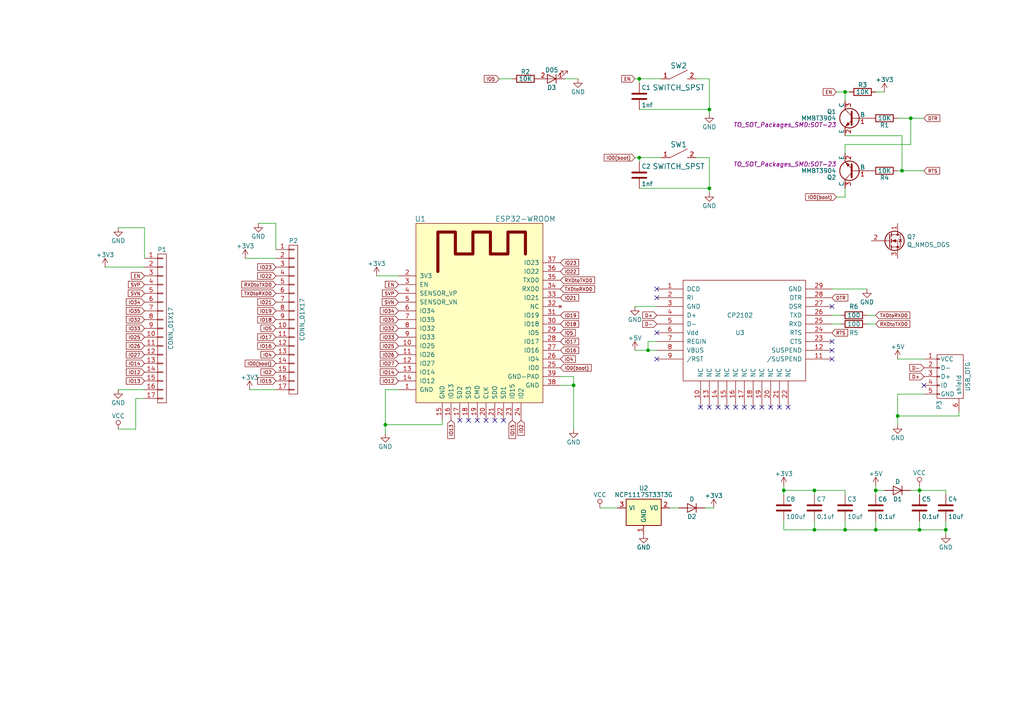
<source format=kicad_sch>
(kicad_sch (version 20230121) (generator eeschema)
  (paper "A4")
  (title_block (title "ESP32BB") (date "2017-03-28") (rev "2.1") (comment 1 "by asukiaaa") (comment 2 "github.com/asukiaaa/esp32bb"))
  (lib_symbols
    (symbol "Device:Q_NMOS_DGS" (pin_names (offset 0) hide)
      (property "Reference" "Q" (at 5.08 1.27 0))
      (property "Value" "Q_NMOS_DGS" (at 5.08 -1.27 0))
      (symbol "Q_NMOS_DGS_0_1"
        (polyline (pts (xy 0.254 0) (xy -2.54 0)))
        (polyline (pts (xy 0.254 1.905) (xy 0.254 -1.905)) (stroke (width 0.254)))
        (polyline (pts (xy 0.762 -1.27) (xy 0.762 -2.286)) (stroke (width 0.254)))
        (polyline (pts (xy 0.762 0.508) (xy 0.762 -0.508)) (stroke (width 0.254)))
        (polyline (pts (xy 0.762 2.286) (xy 0.762 1.27)) (stroke (width 0.254)))
        (polyline (pts (xy 2.54 2.54) (xy 2.54 1.778)))
        (polyline (pts (xy 2.54 -2.54) (xy 2.54 0) (xy 0.762 0)))
        (polyline (pts (xy 0.762 -1.778) (xy 3.302 -1.778) (xy 3.302 1.778) (xy 0.762 1.778)))
        (polyline (pts (xy 1.016 0) (xy 2.032 0.381) (xy 2.032 -0.381) (xy 1.016 0)) (fill (type outline)))
        (polyline (pts (xy 2.794 0.508) (xy 2.921 0.381) (xy 3.683 0.381) (xy 3.81 0.254)))
        (polyline (pts (xy 3.302 0.381) (xy 2.921 -0.254) (xy 3.683 -0.254) (xy 3.302 0.381)))
        (circle (center 1.651 0) (radius 2.794) (stroke (width 0.254)))
        (circle (center 2.54 -1.778) (radius 0.254) (fill (type outline)))
        (circle (center 2.54 1.778) (radius 0.254) (fill (type outline)))
      )
      (symbol "Q_NMOS_DGS_1_1"
        (pin passive line (at 2.54 5.08 270) (length 2.54) (name "D") (number "1"))
        (pin input line (at -5.08 0 0) (length 2.54) (name "G") (number "2"))
        (pin passive line (at 2.54 -5.08 90) (length 2.54) (name "S") (number "3"))
      )
    )
    (symbol "esp32bb-rescue:+3.3V-esp32bb-rescue" (power) (pin_names (offset 0))
      (property "Value" "+3.3V-esp32bb-rescue" (at 0 3.556 0))
      (symbol "+3.3V-esp32bb-rescue_0_1"
        (polyline (pts (xy -0.762 1.27) (xy 0 2.54)))
        (polyline (pts (xy 0 0) (xy 0 2.54)))
        (polyline (pts (xy 0 2.54) (xy 0.762 1.27)))
      )
      (symbol "+3.3V-esp32bb-rescue_1_1"
        (pin power_in line (at 0 0 90) (length 0) hide (name "+3V3") (number "1"))
      )
    )
    (symbol "esp32bb-rescue:+5V-esp32bb-rescue" (power) (pin_names (offset 0))
      (property "Value" "+5V-esp32bb-rescue" (at 0 3.556 0))
      (symbol "+5V-esp32bb-rescue_0_1"
        (polyline (pts (xy -0.762 1.27) (xy 0 2.54)))
        (polyline (pts (xy 0 0) (xy 0 2.54)))
        (polyline (pts (xy 0 2.54) (xy 0.762 1.27)))
      )
      (symbol "+5V-esp32bb-rescue_1_1"
        (pin power_in line (at 0 0 90) (length 0) hide (name "+5V") (number "1"))
      )
    )
    (symbol "esp32bb-rescue:C-esp32bb-rescue" (pin_numbers hide) (pin_names (offset 0.254))
      (property "Reference" "C" (at 0.635 2.54 0))
      (property "Value" "esp32bb-rescue_C" (at 0.635 -2.54 0))
      (symbol "C-esp32bb-rescue_0_1"
        (polyline (pts (xy -2.032 -0.762) (xy 2.032 -0.762)) (stroke (width 0.508)))
        (polyline (pts (xy -2.032 0.762) (xy 2.032 0.762)) (stroke (width 0.508)))
      )
      (symbol "C-esp32bb-rescue_1_1"
        (pin passive line (at 0 3.81 270) (length 2.794) (name "~") (number "1"))
        (pin passive line (at 0 -3.81 90) (length 2.794) (name "~") (number "2"))
      )
    )
    (symbol "esp32bb-rescue:CONN_01X17-esp32bb-rescue" (pin_names (offset 1.016) hide)
      (property "Reference" "J" (at 0 22.86 0))
      (property "Value" "esp32bb-rescue_CONN_01X17" (at 2.54 0 90))
      (symbol "CONN_01X17-esp32bb-rescue_0_1"
        (rectangle (start -1.27 -20.193) (end 0.254 -20.447))
        (rectangle (start -1.27 -17.653) (end 0.254 -17.907))
        (rectangle (start -1.27 -15.113) (end 0.254 -15.367))
        (rectangle (start -1.27 -12.573) (end 0.254 -12.827))
        (rectangle (start -1.27 -10.033) (end 0.254 -10.287))
        (rectangle (start -1.27 -7.493) (end 0.254 -7.747))
        (rectangle (start -1.27 -4.953) (end 0.254 -5.207))
        (rectangle (start -1.27 -2.413) (end 0.254 -2.667))
        (rectangle (start -1.27 0.127) (end 0.254 -0.127))
        (rectangle (start -1.27 2.667) (end 0.254 2.413))
        (rectangle (start -1.27 5.207) (end 0.254 4.953))
        (rectangle (start -1.27 7.747) (end 0.254 7.493))
        (rectangle (start -1.27 10.287) (end 0.254 10.033))
        (rectangle (start -1.27 12.827) (end 0.254 12.573))
        (rectangle (start -1.27 15.367) (end 0.254 15.113))
        (rectangle (start -1.27 17.907) (end 0.254 17.653))
        (rectangle (start -1.27 20.447) (end 0.254 20.193))
        (rectangle (start -1.27 21.59) (end 1.27 -21.59))
      )
      (symbol "CONN_01X17-esp32bb-rescue_1_1"
        (pin passive line (at -5.08 20.32 0) (length 3.81) (name "P1") (number "1"))
        (pin passive line (at -5.08 -2.54 0) (length 3.81) (name "P10") (number "10"))
        (pin passive line (at -5.08 -5.08 0) (length 3.81) (name "P11") (number "11"))
        (pin passive line (at -5.08 -7.62 0) (length 3.81) (name "P12") (number "12"))
        (pin passive line (at -5.08 -10.16 0) (length 3.81) (name "P13") (number "13"))
        (pin passive line (at -5.08 -12.7 0) (length 3.81) (name "P14") (number "14"))
        (pin passive line (at -5.08 -15.24 0) (length 3.81) (name "P15") (number "15"))
        (pin passive line (at -5.08 -17.78 0) (length 3.81) (name "P16") (number "16"))
        (pin passive line (at -5.08 -20.32 0) (length 3.81) (name "P17") (number "17"))
        (pin passive line (at -5.08 17.78 0) (length 3.81) (name "P2") (number "2"))
        (pin passive line (at -5.08 15.24 0) (length 3.81) (name "P3") (number "3"))
        (pin passive line (at -5.08 12.7 0) (length 3.81) (name "P4") (number "4"))
        (pin passive line (at -5.08 10.16 0) (length 3.81) (name "P5") (number "5"))
        (pin passive line (at -5.08 7.62 0) (length 3.81) (name "P6") (number "6"))
        (pin passive line (at -5.08 5.08 0) (length 3.81) (name "P7") (number "7"))
        (pin passive line (at -5.08 2.54 0) (length 3.81) (name "P8") (number "8"))
        (pin passive line (at -5.08 0 0) (length 3.81) (name "P9") (number "9"))
      )
    )
    (symbol "esp32bb-rescue:CP2102-esp32bb-rescue" (pin_names (offset 1.016))
      (property "Reference" "U" (at 0 -2.54 0))
      (property "Value" "esp32bb-rescue_CP2102" (at 0 2.54 0))
      (symbol "CP2102-esp32bb-rescue_0_1"
        (rectangle (start -16.51 12.7) (end 19.05 -16.51))
      )
      (symbol "CP2102-esp32bb-rescue_1_1"
        (pin input line (at -24.13 10.16 0) (length 7.62) (name "DCD") (number "1"))
        (pin input line (at -11.43 -24.13 90) (length 7.62) (name "NC") (number "10"))
        (pin input line (at 26.67 -10.16 180) (length 7.62) (name "/SUSPEND") (number "11"))
        (pin input line (at 26.67 -7.62 180) (length 7.62) (name "SUSPEND") (number "12"))
        (pin input line (at -8.89 -24.13 90) (length 7.62) (name "NC") (number "13"))
        (pin input line (at -6.35 -24.13 90) (length 7.62) (name "NC") (number "14"))
        (pin input line (at -3.81 -24.13 90) (length 7.62) (name "NC") (number "15"))
        (pin input line (at -1.27 -24.13 90) (length 7.62) (name "NC") (number "16"))
        (pin input line (at 1.27 -24.13 90) (length 7.62) (name "NC") (number "17"))
        (pin input line (at 3.81 -24.13 90) (length 7.62) (name "NC") (number "18"))
        (pin input line (at 6.35 -24.13 90) (length 7.62) (name "NC") (number "19"))
        (pin input line (at -24.13 7.62 0) (length 7.62) (name "RI") (number "2"))
        (pin input line (at 8.89 -24.13 90) (length 7.62) (name "NC") (number "20"))
        (pin input line (at 11.43 -24.13 90) (length 7.62) (name "NC") (number "21"))
        (pin input line (at 13.97 -24.13 90) (length 7.62) (name "NC") (number "22"))
        (pin input line (at 26.67 -5.08 180) (length 7.62) (name "CTS") (number "23"))
        (pin input line (at 26.67 -2.54 180) (length 7.62) (name "RTS") (number "24"))
        (pin input line (at 26.67 0 180) (length 7.62) (name "RXD") (number "25"))
        (pin input line (at 26.67 2.54 180) (length 7.62) (name "TXD") (number "26"))
        (pin input line (at 26.67 5.08 180) (length 7.62) (name "DSR") (number "27"))
        (pin input line (at 26.67 7.62 180) (length 7.62) (name "DTR") (number "28"))
        (pin input line (at 26.67 10.16 180) (length 7.62) (name "GND") (number "29"))
        (pin input line (at -24.13 5.08 0) (length 7.62) (name "GND") (number "3"))
        (pin input line (at -24.13 2.54 0) (length 7.62) (name "D+") (number "4"))
        (pin input line (at -24.13 0 0) (length 7.62) (name "D-") (number "5"))
        (pin input line (at -24.13 -2.54 0) (length 7.62) (name "Vdd") (number "6"))
        (pin input line (at -24.13 -5.08 0) (length 7.62) (name "REGIN") (number "7"))
        (pin input line (at -24.13 -7.62 0) (length 7.62) (name "VBUS") (number "8"))
        (pin input line (at -24.13 -10.16 0) (length 7.62) (name "/RST") (number "9"))
      )
    )
    (symbol "esp32bb-rescue:D-esp32bb-rescue" (pin_numbers hide) (pin_names (offset 1.016) hide)
      (property "Reference" "D" (at 0 2.54 0))
      (property "Value" "esp32bb-rescue_D" (at 0 -2.54 0))
      (symbol "D-esp32bb-rescue_0_1"
        (polyline (pts (xy -1.27 1.27) (xy -1.27 -1.27)) (stroke (width 0.2032)))
        (polyline (pts (xy 1.27 0) (xy -1.27 0)))
        (polyline (pts (xy 1.27 1.27) (xy 1.27 -1.27) (xy -1.27 0) (xy 1.27 1.27)) (stroke (width 0.2032)))
      )
      (symbol "D-esp32bb-rescue_1_1"
        (pin passive line (at -3.81 0 0) (length 2.54) (name "K") (number "1"))
        (pin passive line (at 3.81 0 180) (length 2.54) (name "A") (number "2"))
      )
    )
    (symbol "esp32bb-rescue:ESP32-WROOM-esp32bb-rescue" (pin_names (offset 1.016))
      (property "Reference" "U" (at -17.78 31.75 0))
      (property "Value" "esp32bb-rescue_ESP32-WROOM" (at 12.7 31.75 0))
      (symbol "ESP32-WROOM-esp32bb-rescue_0_1"
        (rectangle (start -19.05 30.48) (end 17.78 -21.59) (fill (type background)))
        (polyline (pts (xy -12.7 16.51) (xy -12.7 27.94) (xy -7.62 27.94) (xy -7.62 21.59) (xy -2.54 21.59) (xy -2.54 27.94) (xy 2.54 27.94) (xy 2.54 21.59) (xy 7.62 21.59) (xy 7.62 27.94) (xy 12.7 27.94) (xy 12.7 21.59)) (stroke (width 0.889)))
      )
      (symbol "ESP32-WROOM-esp32bb-rescue_1_1"
        (pin power_out line (at -24.13 -17.78 0) (length 5.08) (name "GND") (number "1"))
        (pin bidirectional line (at -24.13 -5.08 0) (length 5.08) (name "IO25") (number "10"))
        (pin bidirectional line (at -24.13 -7.62 0) (length 5.08) (name "IO26") (number "11"))
        (pin bidirectional line (at -24.13 -10.16 0) (length 5.08) (name "IO27") (number "12"))
        (pin bidirectional line (at -24.13 -12.7 0) (length 5.08) (name "IO14") (number "13"))
        (pin bidirectional line (at -24.13 -15.24 0) (length 5.08) (name "IO12") (number "14"))
        (pin power_in line (at -11.43 -26.67 90) (length 5.08) (name "GND") (number "15"))
        (pin bidirectional line (at -8.89 -26.67 90) (length 5.08) (name "IO13") (number "16"))
        (pin bidirectional line (at -6.35 -26.67 90) (length 5.08) (name "SD2") (number "17"))
        (pin bidirectional line (at -3.81 -26.67 90) (length 5.08) (name "SD3") (number "18"))
        (pin bidirectional line (at -1.27 -26.67 90) (length 5.08) (name "CMD") (number "19"))
        (pin power_in line (at -24.13 15.24 0) (length 5.08) (name "3V3") (number "2"))
        (pin input line (at 1.27 -26.67 90) (length 5.08) (name "CLK") (number "20"))
        (pin bidirectional line (at 3.81 -26.67 90) (length 5.08) (name "SDO") (number "21"))
        (pin bidirectional line (at 6.35 -26.67 90) (length 5.08) (name "SD1") (number "22"))
        (pin bidirectional line (at 8.89 -26.67 90) (length 5.08) (name "IO15") (number "23"))
        (pin bidirectional line (at 11.43 -26.67 90) (length 5.08) (name "IO2") (number "24"))
        (pin bidirectional line (at 22.86 -11.43 180) (length 5.08) (name "IO0") (number "25"))
        (pin input line (at 22.86 -8.89 180) (length 5.08) (name "IO4") (number "26"))
        (pin bidirectional line (at 22.86 -6.35 180) (length 5.08) (name "IO16") (number "27"))
        (pin bidirectional line (at 22.86 -3.81 180) (length 5.08) (name "IO17") (number "28"))
        (pin bidirectional line (at 22.86 -1.27 180) (length 5.08) (name "IO5") (number "29"))
        (pin input line (at -24.13 12.7 0) (length 5.08) (name "EN") (number "3"))
        (pin input line (at 22.86 1.27 180) (length 5.08) (name "IO18") (number "30"))
        (pin bidirectional line (at 22.86 3.81 180) (length 5.08) (name "IO19") (number "31"))
        (pin no_connect line (at 22.86 6.35 180) (length 5.08) (name "NC") (number "32"))
        (pin bidirectional line (at 22.86 8.89 180) (length 5.08) (name "IO21") (number "33"))
        (pin bidirectional line (at 22.86 11.43 180) (length 5.08) (name "RXD0") (number "34"))
        (pin bidirectional line (at 22.86 13.97 180) (length 5.08) (name "TXD0") (number "35"))
        (pin bidirectional line (at 22.86 16.51 180) (length 5.08) (name "IO22") (number "36"))
        (pin bidirectional line (at 22.86 19.05 180) (length 5.08) (name "IO23") (number "37"))
        (pin power_in line (at 22.86 -16.51 180) (length 5.08) (name "GND") (number "38"))
        (pin power_in line (at 22.86 -13.97 180) (length 5.08) (name "GND-PAD") (number "39"))
        (pin input line (at -24.13 10.16 0) (length 5.08) (name "SENSOR_VP") (number "4"))
        (pin input line (at -24.13 7.62 0) (length 5.08) (name "SENSOR_VN") (number "5"))
        (pin bidirectional line (at -24.13 5.08 0) (length 5.08) (name "IO34") (number "6"))
        (pin bidirectional line (at -24.13 2.54 0) (length 5.08) (name "IO35") (number "7"))
        (pin bidirectional line (at -24.13 0 0) (length 5.08) (name "IO32") (number "8"))
        (pin bidirectional line (at -24.13 -2.54 0) (length 5.08) (name "IO33") (number "9"))
      )
    )
    (symbol "esp32bb-rescue:GND-esp32bb-rescue" (power) (pin_names (offset 0))
      (property "Value" "GND-esp32bb-rescue" (at 0 -3.81 0))
      (symbol "GND-esp32bb-rescue_0_1"
        (polyline (pts (xy 0 0) (xy 0 -1.27) (xy 1.27 -1.27) (xy 0 -2.54) (xy -1.27 -1.27) (xy 0 -1.27)))
      )
      (symbol "GND-esp32bb-rescue_1_1"
        (pin power_in line (at 0 0 270) (length 0) hide (name "GND") (number "1"))
      )
    )
    (symbol "esp32bb-rescue:LED-esp32bb-rescue" (pin_names (offset 1.016) hide)
      (property "Reference" "D" (at 0 2.54 0))
      (property "Value" "esp32bb-rescue_LED" (at 0 -2.54 0))
      (symbol "LED-esp32bb-rescue_0_1"
        (polyline (pts (xy -1.27 -1.27) (xy -1.27 1.27)) (stroke (width 0.2032)))
        (polyline (pts (xy -1.27 0) (xy 1.27 0)))
        (polyline (pts (xy 1.27 -1.27) (xy 1.27 1.27) (xy -1.27 0) (xy 1.27 -1.27)) (stroke (width 0.2032)))
        (polyline (pts (xy -3.048 -0.762) (xy -4.572 -2.286) (xy -3.81 -2.286) (xy -4.572 -2.286) (xy -4.572 -1.524)))
        (polyline (pts (xy -1.778 -0.762) (xy -3.302 -2.286) (xy -2.54 -2.286) (xy -3.302 -2.286) (xy -3.302 -1.524)))
      )
      (symbol "LED-esp32bb-rescue_1_1"
        (pin passive line (at -3.81 0 0) (length 2.54) (name "K") (number "1"))
        (pin passive line (at 3.81 0 180) (length 2.54) (name "A") (number "2"))
      )
    )
    (symbol "esp32bb-rescue:MMBT3904-esp32bb-rescue" (pin_names (offset 0))
      (property "Reference" "Q" (at 5.08 1.905 0))
      (property "Value" "esp32bb-rescue_MMBT3904" (at 5.08 0 0))
      (symbol "MMBT3904-esp32bb-rescue_0_1"
        (polyline (pts (xy 0 0) (xy 0.635 0)))
        (polyline (pts (xy 0.635 0.635) (xy 2.54 2.54)))
        (polyline (pts (xy 0.635 -0.635) (xy 2.54 -2.54) (xy 2.54 -2.54)))
        (polyline (pts (xy 0.635 1.905) (xy 0.635 -1.905) (xy 0.635 -1.905)) (stroke (width 0.508)))
        (polyline (pts (xy 1.27 -1.778) (xy 1.778 -1.27) (xy 2.286 -2.286) (xy 1.27 -1.778) (xy 1.27 -1.778)) (fill (type outline)))
        (circle (center 1.27 0) (radius 2.8194) (stroke (width 0.254)))
      )
      (symbol "MMBT3904-esp32bb-rescue_1_1"
        (pin input line (at -5.08 0 0) (length 5.08) (name "B") (number "1"))
        (pin passive line (at 2.54 -5.08 90) (length 2.54) (name "E") (number "2"))
        (pin passive line (at 2.54 5.08 270) (length 2.54) (name "C") (number "3"))
      )
    )
    (symbol "esp32bb-rescue:NCP1117ST33T3G-esp32bb-rescue" (pin_names (offset 0.762))
      (property "Reference" "U" (at 0 5.715 0))
      (property "Value" "esp32bb-rescue_NCP1117ST33T3G" (at 0 3.81 0))
      (symbol "NCP1117ST33T3G-esp32bb-rescue_0_1"
        (rectangle (start -5.08 2.54) (end 5.08 -5.08) (stroke (width 0.254)) (fill (type background)))
      )
      (symbol "NCP1117ST33T3G-esp32bb-rescue_1_1"
        (pin power_in line (at 0 -7.62 90) (length 2.54) (name "GND") (number "1"))
        (pin power_out line (at 7.62 0 180) (length 2.54) (name "VO") (number "2"))
        (pin power_in line (at -7.62 0 0) (length 2.54) (name "VI") (number "3"))
      )
    )
    (symbol "esp32bb-rescue:R-esp32bb-rescue" (pin_numbers hide) (pin_names (offset 0))
      (property "Reference" "R" (at 2.032 0 90))
      (property "Value" "esp32bb-rescue_R" (at 0 0 90))
      (symbol "R-esp32bb-rescue_0_1"
        (rectangle (start -1.016 -2.54) (end 1.016 2.54) (stroke (width 0.254)))
      )
      (symbol "R-esp32bb-rescue_1_1"
        (pin passive line (at 0 3.81 270) (length 1.27) (name "~") (number "1"))
        (pin passive line (at 0 -3.81 90) (length 1.27) (name "~") (number "2"))
      )
    )
    (symbol "esp32bb-rescue:SWITCH_SPST-esp32bb-rescue" (pin_names (offset 1.016))
      (property "Reference" "SW" (at 0 3.81 0))
      (property "Value" "esp32bb-rescue_SWITCH_SPST" (at 0 -2.54 0))
      (symbol "SWITCH_SPST-esp32bb-rescue_0_1"
        (polyline (pts (xy -2.54 0) (xy 2.54 2.54)))
      )
      (symbol "SWITCH_SPST-esp32bb-rescue_1_1"
        (pin input line (at -5.08 0 0) (length 2.54) (name "~") (number "1"))
        (pin input line (at 5.08 0 180) (length 2.54) (name "~") (number "2"))
      )
    )
    (symbol "esp32bb-rescue:USB_OTG-RESCUE-esp32bb-esp32bb-rescue" (pin_names (offset 1.016))
      (property "Reference" "P" (at 8.255 -3.175 0))
      (property "Value" "esp32bb-rescue_USB_OTG-RESCUE-esp32bb" (at 0 5.08 0))
      (symbol "USB_OTG-RESCUE-esp32bb-esp32bb-rescue_0_1"
        (rectangle (start -6.35 -3.81) (end 6.35 3.81))
        (rectangle (start -5.207 -3.81) (end -4.953 -3.048))
        (rectangle (start -2.667 -3.81) (end -2.413 -3.048))
        (rectangle (start -0.127 -3.81) (end 0.127 -3.048))
        (rectangle (start 2.413 -3.81) (end 2.667 -3.048))
        (rectangle (start 4.953 -3.81) (end 5.207 -3.048))
      )
      (symbol "USB_OTG-RESCUE-esp32bb-esp32bb-rescue_1_1"
        (pin power_out line (at -5.08 -7.62 90) (length 3.81) (name "VCC") (number "1"))
        (pin passive line (at -2.54 -7.62 90) (length 3.81) (name "D-") (number "2"))
        (pin passive line (at 0 -7.62 90) (length 3.81) (name "D+") (number "3"))
        (pin power_in line (at 2.54 -7.62 90) (length 3.81) (name "ID") (number "4"))
        (pin power_in line (at 5.08 -7.62 90) (length 3.81) (name "GND") (number "5"))
        (pin passive line (at 10.16 2.54 180) (length 3.81) (name "shield") (number "6"))
      )
    )
    (symbol "esp32bb-rescue:VCC-esp32bb-rescue" (power) (pin_names (offset 0))
      (property "Value" "VCC-esp32bb-rescue" (at 0 3.81 0))
      (symbol "VCC-esp32bb-rescue_0_1"
        (polyline (pts (xy 0 0) (xy 0 1.27)))
        (circle (center 0 1.905) (radius 0.635))
      )
      (symbol "VCC-esp32bb-rescue_1_1"
        (pin power_in line (at 0 0 90) (length 0) hide (name "VCC") (number "1"))
      )
    )
  )
  (junction (at 166.37 111.76))
  (junction (at 260.35 120.65))
  (junction (at 266.7 153.67))
  (junction (at 274.32 153.67))
  (junction (at 254 142.24))
  (junction (at 254 153.67))
  (junction (at 111.76 123.19))
  (junction (at 236.22 153.67))
  (junction (at 245.11 26.67))
  (junction (at 205.74 54.61))
  (junction (at 264.16 34.29))
  (junction (at 185.42 22.86))
  (junction (at 185.42 45.72))
  (junction (at 236.22 142.24))
  (junction (at 227.33 142.24))
  (junction (at 205.74 31.75))
  (junction (at 187.96 101.6))
  (junction (at 266.7 142.24))
  (junction (at 261.62 49.53))
  (junction (at 245.11 153.67))
  (no_connect (at 223.52 118.11))
  (no_connect (at 190.5 83.82))
  (no_connect (at 203.2 118.11))
  (no_connect (at 228.6 118.11))
  (no_connect (at 133.35 121.92))
  (no_connect (at 218.44 118.11))
  (no_connect (at 226.06 118.11))
  (no_connect (at 335.28 90.17))
  (no_connect (at 241.3 101.6))
  (no_connect (at 208.28 118.11))
  (no_connect (at 140.97 121.92))
  (no_connect (at 190.5 96.52))
  (no_connect (at 143.51 121.92))
  (no_connect (at 220.98 118.11))
  (no_connect (at 190.5 86.36))
  (no_connect (at 135.89 121.92))
  (no_connect (at 241.3 88.9))
  (no_connect (at 190.5 104.14))
  (no_connect (at 205.74 118.11))
  (no_connect (at 138.43 121.92))
  (no_connect (at 241.3 99.06))
  (no_connect (at 267.97 111.76))
  (no_connect (at 146.05 121.92))
  (no_connect (at 213.36 118.11))
  (no_connect (at 241.3 104.14))
  (no_connect (at 210.82 118.11))
  (no_connect (at 215.9 118.11))
  (wire (pts (xy 251.46 91.44) (xy 254 91.44)))
  (wire (pts (xy 254 151.13) (xy 254 153.67)))
  (wire (pts (xy 278.13 120.65) (xy 260.35 120.65)))
  (wire (pts (xy 41.91 115.57) (xy 39.37 115.57)))
  (wire (pts (xy 254 142.24) (xy 254 143.51)))
  (wire (pts (xy 254 140.97) (xy 254 142.24)))
  (wire (pts (xy 190.5 99.06) (xy 187.96 99.06)))
  (wire (pts (xy 260.35 34.29) (xy 264.16 34.29)))
  (wire (pts (xy 115.57 113.03) (xy 111.76 113.03)))
  (wire (pts (xy 245.11 26.67) (xy 246.38 26.67)))
  (wire (pts (xy 111.76 123.19) (xy 111.76 125.73)))
  (wire (pts (xy 187.96 99.06) (xy 187.96 101.6)))
  (wire (pts (xy 205.74 22.86) (xy 205.74 31.75)))
  (wire (pts (xy 227.33 140.97) (xy 227.33 142.24)))
  (wire (pts (xy 245.11 57.15) (xy 245.11 54.61)))
  (wire (pts (xy 260.35 104.14) (xy 267.97 104.14)))
  (wire (pts (xy 227.33 142.24) (xy 227.33 143.51)))
  (wire (pts (xy 80.01 64.77) (xy 80.01 72.39)))
  (wire (pts (xy 227.33 153.67) (xy 236.22 153.67)))
  (wire (pts (xy 34.29 66.04) (xy 41.91 66.04)))
  (wire (pts (xy 260.35 120.65) (xy 260.35 123.19)))
  (wire (pts (xy 242.57 57.15) (xy 245.11 57.15)))
  (wire (pts (xy 185.42 45.72) (xy 185.42 46.99)))
  (wire (pts (xy 184.15 88.9) (xy 190.5 88.9)))
  (wire (pts (xy 185.42 45.72) (xy 191.77 45.72)))
  (wire (pts (xy 166.37 111.76) (xy 166.37 124.46)))
  (wire (pts (xy 260.35 114.3) (xy 267.97 114.3)))
  (wire (pts (xy 71.12 74.93) (xy 80.01 74.93)))
  (wire (pts (xy 242.57 26.67) (xy 245.11 26.67)))
  (wire (pts (xy 184.15 101.6) (xy 187.96 101.6)))
  (wire (pts (xy 254 142.24) (xy 256.54 142.24)))
  (wire (pts (xy 109.22 80.01) (xy 115.57 80.01)))
  (wire (pts (xy 185.42 54.61) (xy 205.74 54.61)))
  (wire (pts (xy 264.16 34.29) (xy 267.97 34.29)))
  (wire (pts (xy 266.7 142.24) (xy 266.7 143.51)))
  (wire (pts (xy 266.7 153.67) (xy 266.7 151.13)))
  (wire (pts (xy 241.3 83.82) (xy 251.46 83.82)))
  (wire (pts (xy 278.13 119.38) (xy 278.13 120.65)))
  (wire (pts (xy 128.27 121.92) (xy 128.27 123.19)))
  (wire (pts (xy 205.74 45.72) (xy 205.74 54.61)))
  (wire (pts (xy 261.62 49.53) (xy 267.97 49.53)))
  (wire (pts (xy 41.91 66.04) (xy 41.91 74.93)))
  (wire (pts (xy 236.22 142.24) (xy 245.11 142.24)))
  (wire (pts (xy 260.35 114.3) (xy 260.35 120.65)))
  (wire (pts (xy 266.7 142.24) (xy 274.32 142.24)))
  (wire (pts (xy 162.56 109.22) (xy 166.37 109.22)))
  (wire (pts (xy 184.15 45.72) (xy 185.42 45.72)))
  (wire (pts (xy 187.96 101.6) (xy 190.5 101.6)))
  (wire (pts (xy 34.29 113.03) (xy 41.91 113.03)))
  (wire (pts (xy 185.42 22.86) (xy 191.77 22.86)))
  (wire (pts (xy 204.47 147.32) (xy 207.01 147.32)))
  (wire (pts (xy 74.93 64.77) (xy 80.01 64.77)))
  (wire (pts (xy 274.32 153.67) (xy 274.32 154.94)))
  (wire (pts (xy 254 153.67) (xy 266.7 153.67)))
  (wire (pts (xy 266.7 140.97) (xy 266.7 142.24)))
  (wire (pts (xy 185.42 31.75) (xy 205.74 31.75)))
  (wire (pts (xy 173.99 147.32) (xy 179.07 147.32)))
  (wire (pts (xy 245.11 142.24) (xy 245.11 143.51)))
  (wire (pts (xy 201.93 45.72) (xy 205.74 45.72)))
  (wire (pts (xy 201.93 22.86) (xy 205.74 22.86)))
  (wire (pts (xy 236.22 153.67) (xy 245.11 153.67)))
  (wire (pts (xy 166.37 109.22) (xy 166.37 111.76)))
  (wire (pts (xy 241.3 91.44) (xy 243.84 91.44)))
  (wire (pts (xy 184.15 22.86) (xy 185.42 22.86)))
  (wire (pts (xy 251.46 93.98) (xy 254 93.98)))
  (wire (pts (xy 245.11 26.67) (xy 245.11 29.21)))
  (wire (pts (xy 162.56 111.76) (xy 166.37 111.76)))
  (wire (pts (xy 205.74 54.61) (xy 205.74 55.88)))
  (wire (pts (xy 245.11 39.37) (xy 261.62 39.37)))
  (wire (pts (xy 241.3 93.98) (xy 243.84 93.98)))
  (wire (pts (xy 245.11 153.67) (xy 245.11 151.13)))
  (wire (pts (xy 227.33 142.24) (xy 236.22 142.24)))
  (wire (pts (xy 266.7 153.67) (xy 274.32 153.67)))
  (wire (pts (xy 39.37 124.46) (xy 34.29 124.46)))
  (wire (pts (xy 274.32 142.24) (xy 274.32 143.51)))
  (wire (pts (xy 144.78 22.86) (xy 148.59 22.86)))
  (wire (pts (xy 205.74 31.75) (xy 205.74 33.02)))
  (wire (pts (xy 163.83 22.86) (xy 167.64 22.86)))
  (wire (pts (xy 41.91 77.47) (xy 30.48 77.47)))
  (wire (pts (xy 111.76 113.03) (xy 111.76 123.19)))
  (wire (pts (xy 196.85 147.32) (xy 194.31 147.32)))
  (wire (pts (xy 264.16 41.91) (xy 264.16 34.29)))
  (wire (pts (xy 185.42 22.86) (xy 185.42 24.13)))
  (wire (pts (xy 261.62 39.37) (xy 261.62 49.53)))
  (wire (pts (xy 245.11 41.91) (xy 264.16 41.91)))
  (wire (pts (xy 264.16 142.24) (xy 266.7 142.24)))
  (wire (pts (xy 254 26.67) (xy 256.54 26.67)))
  (wire (pts (xy 236.22 151.13) (xy 236.22 153.67)))
  (wire (pts (xy 260.35 49.53) (xy 261.62 49.53)))
  (wire (pts (xy 236.22 143.51) (xy 236.22 142.24)))
  (wire (pts (xy 72.39 113.03) (xy 80.01 113.03)))
  (wire (pts (xy 227.33 151.13) (xy 227.33 153.67)))
  (wire (pts (xy 245.11 153.67) (xy 254 153.67)))
  (wire (pts (xy 128.27 123.19) (xy 111.76 123.19)))
  (wire (pts (xy 245.11 44.45) (xy 245.11 41.91)))
  (wire (pts (xy 39.37 115.57) (xy 39.37 124.46)))
  (wire (pts (xy 274.32 151.13) (xy 274.32 153.67)))
  (global_label "IO35" (shape input) (at 41.91 90.17 180) (effects (font (size 0.9906 0.9906))) (property "Intersheetrefs" "${INTERSHEET_REFS}" (effects hide)))
  (global_label "IO17" (shape input) (at 162.56 99.06 0) (effects (font (size 0.9906 0.9906))) (property "Intersheetrefs" "${INTERSHEET_REFS}" (effects hide)))
  (global_label "IO4" (shape input) (at 80.01 102.87 180) (effects (font (size 0.9906 0.9906))) (property "Intersheetrefs" "${INTERSHEET_REFS}" (effects hide)))
  (global_label "IO22" (shape input) (at 80.01 80.01 180) (effects (font (size 0.9906 0.9906))) (property "Intersheetrefs" "${INTERSHEET_REFS}" (effects hide)))
  (global_label "EN" (shape input) (at 242.57 26.67 180) (effects (font (size 0.9906 0.9906))) (property "Intersheetrefs" "${INTERSHEET_REFS}" (effects hide)))
  (global_label "TXDtoRXD0" (shape input) (at 80.01 85.09 180) (effects (font (size 0.9906 0.9906))) (property "Intersheetrefs" "${INTERSHEET_REFS}" (effects hide)))
  (global_label "IO27" (shape input) (at 41.91 102.87 180) (effects (font (size 0.9906 0.9906))) (property "Intersheetrefs" "${INTERSHEET_REFS}" (effects hide)))
  (global_label "IO23" (shape input) (at 162.56 76.2 0) (effects (font (size 0.9906 0.9906))) (property "Intersheetrefs" "${INTERSHEET_REFS}" (effects hide)))
  (global_label "IO13" (shape input) (at 41.91 110.49 180) (effects (font (size 0.9906 0.9906))) (property "Intersheetrefs" "${INTERSHEET_REFS}" (effects hide)))
  (global_label "IO0(boot)" (shape input) (at 242.57 57.15 180) (effects (font (size 0.9906 0.9906))) (property "Intersheetrefs" "${INTERSHEET_REFS}" (effects hide)))
  (global_label "IO15" (shape input) (at 80.01 110.49 180) (effects (font (size 0.9906 0.9906))) (property "Intersheetrefs" "${INTERSHEET_REFS}" (effects hide)))
  (global_label "IO21" (shape input) (at 162.56 86.36 0) (effects (font (size 0.9906 0.9906))) (property "Intersheetrefs" "${INTERSHEET_REFS}" (effects hide)))
  (global_label "EN" (shape input) (at 184.15 22.86 180) (effects (font (size 0.9906 0.9906))) (property "Intersheetrefs" "${INTERSHEET_REFS}" (effects hide)))
  (global_label "IO21" (shape input) (at 80.01 87.63 180) (effects (font (size 0.9906 0.9906))) (property "Intersheetrefs" "${INTERSHEET_REFS}" (effects hide)))
  (global_label "IO22" (shape input) (at 162.56 78.74 0) (effects (font (size 0.9906 0.9906))) (property "Intersheetrefs" "${INTERSHEET_REFS}" (effects hide)))
  (global_label "RTS" (shape input) (at 267.97 49.53 0) (effects (font (size 0.9906 0.9906))) (property "Intersheetrefs" "${INTERSHEET_REFS}" (effects hide)))
  (global_label "IO16" (shape input) (at 162.56 101.6 0) (effects (font (size 0.9906 0.9906))) (property "Intersheetrefs" "${INTERSHEET_REFS}" (effects hide)))
  (global_label "IO32" (shape input) (at 115.57 95.25 180) (effects (font (size 0.9906 0.9906))) (property "Intersheetrefs" "${INTERSHEET_REFS}" (effects hide)))
  (global_label "IO13" (shape input) (at 130.81 121.92 270) (effects (font (size 0.9906 0.9906))) (property "Intersheetrefs" "${INTERSHEET_REFS}" (effects hide)))
  (global_label "IO26" (shape input) (at 41.91 100.33 180) (effects (font (size 0.9906 0.9906))) (property "Intersheetrefs" "${INTERSHEET_REFS}" (effects hide)))
  (global_label "IO14" (shape input) (at 115.57 107.95 180) (effects (font (size 0.9906 0.9906))) (property "Intersheetrefs" "${INTERSHEET_REFS}" (effects hide)))
  (global_label "EN" (shape input) (at 41.91 80.01 180) (effects (font (size 0.9906 0.9906))) (property "Intersheetrefs" "${INTERSHEET_REFS}" (effects hide)))
  (global_label "RTS" (shape input) (at 241.3 96.52 0) (effects (font (size 0.9906 0.9906))) (property "Intersheetrefs" "${INTERSHEET_REFS}" (effects hide)))
  (global_label "SVN" (shape input) (at 115.57 87.63 180) (effects (font (size 0.9906 0.9906))) (property "Intersheetrefs" "${INTERSHEET_REFS}" (effects hide)))
  (global_label "IO14" (shape input) (at 41.91 105.41 180) (effects (font (size 0.9906 0.9906))) (property "Intersheetrefs" "${INTERSHEET_REFS}" (effects hide)))
  (global_label "IO12" (shape input) (at 115.57 110.49 180) (effects (font (size 0.9906 0.9906))) (property "Intersheetrefs" "${INTERSHEET_REFS}" (effects hide)))
  (global_label "IO27" (shape input) (at 115.57 105.41 180) (effects (font (size 0.9906 0.9906))) (property "Intersheetrefs" "${INTERSHEET_REFS}" (effects hide)))
  (global_label "IO26" (shape input) (at 115.57 102.87 180) (effects (font (size 0.9906 0.9906))) (property "Intersheetrefs" "${INTERSHEET_REFS}" (effects hide)))
  (global_label "IO23" (shape input) (at 80.01 77.47 180) (effects (font (size 0.9906 0.9906))) (property "Intersheetrefs" "${INTERSHEET_REFS}" (effects hide)))
  (global_label "IO34" (shape input) (at 41.91 87.63 180) (effects (font (size 0.9906 0.9906))) (property "Intersheetrefs" "${INTERSHEET_REFS}" (effects hide)))
  (global_label "IO34" (shape input) (at 115.57 90.17 180) (effects (font (size 0.9906 0.9906))) (property "Intersheetrefs" "${INTERSHEET_REFS}" (effects hide)))
  (global_label "IO25" (shape input) (at 115.57 100.33 180) (effects (font (size 0.9906 0.9906))) (property "Intersheetrefs" "${INTERSHEET_REFS}" (effects hide)))
  (global_label "TXDtoRXD0" (shape input) (at 254 91.44 0) (effects (font (size 0.9906 0.9906))) (property "Intersheetrefs" "${INTERSHEET_REFS}" (effects hide)))
  (global_label "IO18" (shape input) (at 162.56 93.98 0) (effects (font (size 0.9906 0.9906))) (property "Intersheetrefs" "${INTERSHEET_REFS}" (effects hide)))
  (global_label "IO19" (shape input) (at 80.01 90.17 180) (effects (font (size 0.9906 0.9906))) (property "Intersheetrefs" "${INTERSHEET_REFS}" (effects hide)))
  (global_label "IO17" (shape input) (at 80.01 97.79 180) (effects (font (size 0.9906 0.9906))) (property "Intersheetrefs" "${INTERSHEET_REFS}" (effects hide)))
  (global_label "IO5" (shape input) (at 162.56 96.52 0) (effects (font (size 0.9906 0.9906))) (property "Intersheetrefs" "${INTERSHEET_REFS}" (effects hide)))
  (global_label "IO12" (shape input) (at 41.91 107.95 180) (effects (font (size 0.9906 0.9906))) (property "Intersheetrefs" "${INTERSHEET_REFS}" (effects hide)))
  (global_label "IO33" (shape input) (at 41.91 95.25 180) (effects (font (size 0.9906 0.9906))) (property "Intersheetrefs" "${INTERSHEET_REFS}" (effects hide)))
  (global_label "IO35" (shape input) (at 115.57 92.71 180) (effects (font (size 0.9906 0.9906))) (property "Intersheetrefs" "${INTERSHEET_REFS}" (effects hide)))
  (global_label "IO16" (shape input) (at 80.01 100.33 180) (effects (font (size 0.9906 0.9906))) (property "Intersheetrefs" "${INTERSHEET_REFS}" (effects hide)))
  (global_label "D+" (shape input) (at 190.5 91.44 180) (effects (font (size 0.9906 0.9906))) (property "Intersheetrefs" "${INTERSHEET_REFS}" (effects hide)))
  (global_label "D+" (shape input) (at 267.97 109.22 180) (effects (font (size 0.9906 0.9906))) (property "Intersheetrefs" "${INTERSHEET_REFS}" (effects hide)))
  (global_label "IO18" (shape input) (at 80.01 92.71 180) (effects (font (size 0.9906 0.9906))) (property "Intersheetrefs" "${INTERSHEET_REFS}" (effects hide)))
  (global_label "IO2" (shape input) (at 80.01 107.95 180) (effects (font (size 0.9906 0.9906))) (property "Intersheetrefs" "${INTERSHEET_REFS}" (effects hide)))
  (global_label "IO25" (shape input) (at 41.91 97.79 180) (effects (font (size 0.9906 0.9906))) (property "Intersheetrefs" "${INTERSHEET_REFS}" (effects hide)))
  (global_label "DTR" (shape input) (at 267.97 34.29 0) (effects (font (size 0.9906 0.9906))) (property "Intersheetrefs" "${INTERSHEET_REFS}" (effects hide)))
  (global_label "DTR" (shape input) (at 241.3 86.36 0) (effects (font (size 0.9906 0.9906))) (property "Intersheetrefs" "${INTERSHEET_REFS}" (effects hide)))
  (global_label "EN" (shape input) (at 115.57 82.55 180) (effects (font (size 0.9906 0.9906))) (property "Intersheetrefs" "${INTERSHEET_REFS}" (effects hide)))
  (global_label "IO4" (shape input) (at 162.56 104.14 0) (effects (font (size 0.9906 0.9906))) (property "Intersheetrefs" "${INTERSHEET_REFS}" (effects hide)))
  (global_label "IO19" (shape input) (at 162.56 91.44 0) (effects (font (size 0.9906 0.9906))) (property "Intersheetrefs" "${INTERSHEET_REFS}" (effects hide)))
  (global_label "IO15" (shape input) (at 148.59 121.92 270) (effects (font (size 0.9906 0.9906))) (property "Intersheetrefs" "${INTERSHEET_REFS}" (effects hide)))
  (global_label "IO5" (shape input) (at 80.01 95.25 180) (effects (font (size 0.9906 0.9906))) (property "Intersheetrefs" "${INTERSHEET_REFS}" (effects hide)))
  (global_label "IO0(boot)" (shape input) (at 184.15 45.72 180) (effects (font (size 0.9906 0.9906))) (property "Intersheetrefs" "${INTERSHEET_REFS}" (effects hide)))
  (global_label "IO0(boot)" (shape input) (at 80.01 105.41 180) (effects (font (size 0.9906 0.9906))) (property "Intersheetrefs" "${INTERSHEET_REFS}" (effects hide)))
  (global_label "TXDtoRXD0" (shape input) (at 162.56 83.82 0) (effects (font (size 0.9906 0.9906))) (property "Intersheetrefs" "${INTERSHEET_REFS}" (effects hide)))
  (global_label "SVN" (shape input) (at 41.91 85.09 180) (effects (font (size 0.9906 0.9906))) (property "Intersheetrefs" "${INTERSHEET_REFS}" (effects hide)))
  (global_label "IO33" (shape input) (at 115.57 97.79 180) (effects (font (size 0.9906 0.9906))) (property "Intersheetrefs" "${INTERSHEET_REFS}" (effects hide)))
  (global_label "IO5" (shape input) (at 144.78 22.86 180) (effects (font (size 0.9906 0.9906))) (property "Intersheetrefs" "${INTERSHEET_REFS}" (effects hide)))
  (global_label "RXDtoTXD0" (shape input) (at 162.56 81.28 0) (effects (font (size 0.9906 0.9906))) (property "Intersheetrefs" "${INTERSHEET_REFS}" (effects hide)))
  (global_label "IO2" (shape input) (at 151.13 121.92 270) (effects (font (size 0.9906 0.9906))) (property "Intersheetrefs" "${INTERSHEET_REFS}" (effects hide)))
  (global_label "RXDtoTXD0" (shape input) (at 80.01 82.55 180) (effects (font (size 0.9906 0.9906))) (property "Intersheetrefs" "${INTERSHEET_REFS}" (effects hide)))
  (global_label "IO32" (shape input) (at 41.91 92.71 180) (effects (font (size 0.9906 0.9906))) (property "Intersheetrefs" "${INTERSHEET_REFS}" (effects hide)))
  (global_label "IO0(boot)" (shape input) (at 162.56 106.68 0) (effects (font (size 0.9906 0.9906))) (property "Intersheetrefs" "${INTERSHEET_REFS}" (effects hide)))
  (global_label "RXDtoTXD0" (shape input) (at 254 93.98 0) (effects (font (size 0.9906 0.9906))) (property "Intersheetrefs" "${INTERSHEET_REFS}" (effects hide)))
  (global_label "D-" (shape input) (at 267.97 106.68 180) (effects (font (size 0.9906 0.9906))) (property "Intersheetrefs" "${INTERSHEET_REFS}" (effects hide)))
  (global_label "D-" (shape input) (at 190.5 93.98 180) (effects (font (size 0.9906 0.9906))) (property "Intersheetrefs" "${INTERSHEET_REFS}" (effects hide)))
  (global_label "SVP" (shape input) (at 41.91 82.55 180) (effects (font (size 0.9906 0.9906))) (property "Intersheetrefs" "${INTERSHEET_REFS}" (effects hide)))
  (global_label "SVP" (shape input) (at 115.57 85.09 180) (effects (font (size 0.9906 0.9906))) (property "Intersheetrefs" "${INTERSHEET_REFS}" (effects hide)))
  (symbol (lib_id "esp32bb-rescue:GND-esp32bb-rescue") (at 111.76 125.73 0) (unit 1)
    (property "Reference" "#PWR01" (effects hide))
    (property "Value" "GND" (at 111.76 129.54 0))
  )
  (symbol (lib_id "esp32bb-rescue:GND-esp32bb-rescue") (at 166.37 124.46 0) (unit 1)
    (property "Reference" "#PWR02" (effects hide))
    (property "Value" "GND" (at 166.37 128.27 0))
  )
  (symbol (lib_id "esp32bb-rescue:USB_OTG-RESCUE-esp32bb-esp32bb-rescue") (at 275.59 109.22 270) (unit 1)
    (property "Reference" "P3" (at 272.415 117.475 0))
    (property "Value" "USB_OTG" (at 280.67 109.22 0))
    (property "Footprint" "usb_micro_b:USB_MICRO_B-HIROSE-ZX62R-B-5P" (effects hide))
  )
  (symbol (lib_id "esp32bb-rescue:+5V-esp32bb-rescue") (at 260.35 104.14 0) (unit 1)
    (property "Reference" "#PWR03" (effects hide))
    (property "Value" "+5V" (at 260.35 100.584 0))
  )
  (symbol (lib_id "esp32bb-rescue:GND-esp32bb-rescue") (at 260.35 123.19 0) (unit 1)
    (property "Reference" "#PWR04" (effects hide))
    (property "Value" "GND" (at 260.35 127 0))
  )
  (symbol (lib_id "esp32bb-rescue:+3.3V-esp32bb-rescue") (at 109.22 80.01 0) (unit 1)
    (property "Reference" "#PWR05" (effects hide))
    (property "Value" "+3.3V" (at 109.22 76.454 0))
  )
  (symbol (lib_id "esp32bb-rescue:+3.3V-esp32bb-rescue") (at 207.01 147.32 0) (unit 1)
    (property "Reference" "#PWR06" (effects hide))
    (property "Value" "+3.3V" (at 207.01 143.764 0))
  )
  (symbol (lib_id "esp32bb-rescue:GND-esp32bb-rescue") (at 186.69 154.94 0) (unit 1)
    (property "Reference" "#PWR07" (effects hide))
    (property "Value" "GND" (at 186.69 158.75 0))
  )
  (symbol (lib_id "esp32bb-rescue:+3.3V-esp32bb-rescue") (at 30.48 77.47 0) (unit 1)
    (property "Reference" "#PWR08" (effects hide))
    (property "Value" "+3.3V" (at 30.48 73.914 0))
  )
  (symbol (lib_id "esp32bb-rescue:GND-esp32bb-rescue") (at 34.29 66.04 0) (unit 1)
    (property "Reference" "#PWR09" (effects hide))
    (property "Value" "GND" (at 34.29 69.85 0))
  )
  (symbol (lib_id "esp32bb-rescue:GND-esp32bb-rescue") (at 74.93 64.77 0) (unit 1)
    (property "Reference" "#PWR010" (effects hide))
    (property "Value" "GND" (at 74.93 68.58 0))
  )
  (symbol (lib_id "esp32bb-rescue:VCC-esp32bb-rescue") (at 34.29 124.46 0) (unit 1)
    (property "Reference" "#PWR011" (effects hide))
    (property "Value" "VCC" (at 34.29 120.65 0))
  )
  (symbol (lib_id "esp32bb-rescue:+3.3V-esp32bb-rescue") (at 71.12 74.93 0) (unit 1)
    (property "Reference" "#PWR012" (effects hide))
    (property "Value" "+3.3V" (at 71.12 71.374 0))
  )
  (symbol (lib_id "esp32bb-rescue:GND-esp32bb-rescue") (at 34.29 113.03 0) (unit 1)
    (property "Reference" "#PWR013" (effects hide))
    (property "Value" "GND" (at 34.29 116.84 0))
  )
  (symbol (lib_id "esp32bb-rescue:R-esp32bb-rescue") (at 256.54 34.29 270) (unit 1)
    (property "Reference" "R1" (at 256.54 36.322 90))
    (property "Value" "10K" (at 256.54 34.29 90))
    (property "Footprint" "Resistors_SMD:R_0603" (effects hide))
  )
  (symbol (lib_id "esp32bb-rescue:D-esp32bb-rescue") (at 260.35 142.24 180) (unit 1)
    (property "Reference" "D1" (at 260.35 144.78 0))
    (property "Value" "D" (at 260.35 139.7 0))
    (property "Footprint" "common:D_0805" (effects hide))
  )
  (symbol (lib_id "esp32bb-rescue:+5V-esp32bb-rescue") (at 254 140.97 0) (unit 1)
    (property "Reference" "#PWR014" (effects hide))
    (property "Value" "+5V" (at 254 137.414 0))
  )
  (symbol (lib_id "esp32bb-rescue:+3.3V-esp32bb-rescue") (at 227.33 140.97 0) (unit 1)
    (property "Reference" "#PWR015" (effects hide))
    (property "Value" "+3.3V" (at 227.33 137.414 0))
  )
  (symbol (lib_id "esp32bb-rescue:VCC-esp32bb-rescue") (at 266.7 140.97 0) (unit 1)
    (property "Reference" "#PWR016" (effects hide))
    (property "Value" "VCC" (at 266.7 137.16 0))
  )
  (symbol (lib_id "esp32bb-rescue:C-esp32bb-rescue") (at 236.22 147.32 0) (unit 1)
    (property "Reference" "C7" (at 236.855 144.78 0) (effects (justify left)))
    (property "Value" "0.1uf" (at 236.855 149.86 0) (effects (justify left)))
    (property "Footprint" "Capacitors_SMD:C_0603" (effects hide))
  )
  (symbol (lib_id "esp32bb-rescue:C-esp32bb-rescue") (at 245.11 147.32 0) (unit 1)
    (property "Reference" "C3" (at 245.745 144.78 0) (effects (justify left)))
    (property "Value" "10uf" (at 245.745 149.86 0) (effects (justify left)))
    (property "Footprint" "Capacitors_SMD:C_0603" (effects hide))
  )
  (symbol (lib_id "esp32bb-rescue:C-esp32bb-rescue") (at 266.7 147.32 0) (unit 1)
    (property "Reference" "C5" (at 267.335 144.78 0) (effects (justify left)))
    (property "Value" "0.1uf" (at 267.335 149.86 0) (effects (justify left)))
    (property "Footprint" "Capacitors_SMD:C_0603" (effects hide))
  )
  (symbol (lib_id "esp32bb-rescue:C-esp32bb-rescue") (at 274.32 147.32 0) (unit 1)
    (property "Reference" "C4" (at 274.955 144.78 0) (effects (justify left)))
    (property "Value" "10uf" (at 274.955 149.86 0) (effects (justify left)))
    (property "Footprint" "Capacitors_SMD:C_0603" (effects hide))
  )
  (symbol (lib_id "esp32bb-rescue:GND-esp32bb-rescue") (at 274.32 154.94 0) (unit 1)
    (property "Reference" "#PWR017" (effects hide))
    (property "Value" "GND" (at 274.32 158.75 0))
  )
  (symbol (lib_id "esp32bb-rescue:VCC-esp32bb-rescue") (at 173.99 147.32 0) (unit 1)
    (property "Reference" "#PWR018" (effects hide))
    (property "Value" "VCC" (at 173.99 143.51 0))
  )
  (symbol (lib_id "esp32bb-rescue:ESP32-WROOM-esp32bb-rescue") (at 139.7 95.25 0) (unit 1)
    (property "Reference" "U1" (at 121.92 63.5 0) (effects (font (size 1.524 1.524))))
    (property "Value" "ESP32-WROOM" (at 152.4 63.5 0) (effects (font (size 1.524 1.524))))
    (property "Footprint" "ESP32-footprints-Lib:ESP32-WROOM" (effects hide))
  )
  (symbol (lib_id "esp32bb-rescue:C-esp32bb-rescue") (at 254 147.32 0) (unit 1)
    (property "Reference" "C6" (at 254.635 144.78 0) (effects (justify left)))
    (property "Value" "0.1uf" (at 254.635 149.86 0) (effects (justify left)))
    (property "Footprint" "Capacitors_SMD:C_0603" (effects hide))
  )
  (symbol (lib_id "esp32bb-rescue:CONN_01X17-esp32bb-rescue") (at 46.99 95.25 0) (unit 1)
    (property "Reference" "P1" (at 46.99 72.39 0))
    (property "Value" "CONN_01X17" (at 49.53 95.25 90))
    (property "Footprint" "common:Pin_Header_Straight_1x17_Pitch2.54mm" (effects hide))
  )
  (symbol (lib_id "esp32bb-rescue:+5V-esp32bb-rescue") (at 184.15 101.6 0) (unit 1)
    (property "Reference" "#PWR019" (effects hide))
    (property "Value" "+5V" (at 184.15 98.044 0))
  )
  (symbol (lib_id "esp32bb-rescue:R-esp32bb-rescue") (at 247.65 93.98 270) (unit 1)
    (property "Reference" "R5" (at 247.65 96.52 90))
    (property "Value" "100" (at 247.65 93.98 90))
    (property "Footprint" "Resistors_SMD:R_0603" (effects hide))
  )
  (symbol (lib_id "esp32bb-rescue:R-esp32bb-rescue") (at 247.65 91.44 270) (unit 1)
    (property "Reference" "R6" (at 247.65 88.9 90))
    (property "Value" "100" (at 247.65 91.44 90))
    (property "Footprint" "Resistors_SMD:R_0603" (effects hide))
  )
  (symbol (lib_id "esp32bb-rescue:MMBT3904-esp32bb-rescue") (at 247.65 49.53 180) (unit 1)
    (property "Reference" "Q2" (at 242.57 51.435 0) (effects (justify left)))
    (property "Value" "MMBT3904" (at 242.57 49.53 0) (effects (justify left)))
    (property "Footprint" "TO_SOT_Packages_SMD:SOT-23" (at 242.57 47.625 0) (effects (font italic) (justify left)))
  )
  (symbol (lib_id "esp32bb-rescue:MMBT3904-esp32bb-rescue") (at 247.65 34.29 0) (mirror y) (unit 1)
    (property "Reference" "Q1" (at 242.57 32.385 0) (effects (justify left)))
    (property "Value" "MMBT3904" (at 242.57 34.29 0) (effects (justify left)))
    (property "Footprint" "TO_SOT_Packages_SMD:SOT-23" (at 242.57 36.195 0) (effects (font italic) (justify left)))
  )
  (symbol (lib_id "esp32bb-rescue:R-esp32bb-rescue") (at 256.54 49.53 270) (unit 1)
    (property "Reference" "R4" (at 256.54 51.562 90))
    (property "Value" "10K" (at 256.54 49.53 90))
    (property "Footprint" "Resistors_SMD:R_0603" (effects hide))
  )
  (symbol (lib_id "esp32bb-rescue:R-esp32bb-rescue") (at 250.19 26.67 90) (unit 1)
    (property "Reference" "R3" (at 250.19 24.638 90))
    (property "Value" "10K" (at 250.19 26.67 90))
    (property "Footprint" "Resistors_SMD:R_0603" (effects hide))
  )
  (symbol (lib_id "esp32bb-rescue:+3.3V-esp32bb-rescue") (at 256.54 26.67 0) (unit 1)
    (property "Reference" "#PWR020" (effects hide))
    (property "Value" "+3.3V" (at 256.54 23.114 0))
  )
  (symbol (lib_id "esp32bb-rescue:SWITCH_SPST-esp32bb-rescue") (at 196.85 45.72 0) (unit 1)
    (property "Reference" "SW1" (at 196.85 41.91 0) (effects (font (size 1.524 1.524))))
    (property "Value" "SWITCH_SPST" (at 196.85 48.26 0) (effects (font (size 1.524 1.524))))
    (property "Footprint" "switch:SKRPACE010" (effects hide))
  )
  (symbol (lib_id "esp32bb-rescue:LED-esp32bb-rescue") (at 160.02 22.86 180) (unit 1)
    (property "Reference" "D3" (at 160.02 25.4 0))
    (property "Value" "D05" (at 160.02 20.32 0))
    (property "Footprint" "LEDs:LED_0603" (effects hide))
  )
  (symbol (lib_id "esp32bb-rescue:GND-esp32bb-rescue") (at 167.64 22.86 0) (unit 1)
    (property "Reference" "#PWR021" (effects hide))
    (property "Value" "GND" (at 167.64 26.67 0))
  )
  (symbol (lib_id "esp32bb-rescue:GND-esp32bb-rescue") (at 205.74 55.88 0) (unit 1)
    (property "Reference" "#PWR022" (effects hide))
    (property "Value" "GND" (at 205.74 59.69 0))
  )
  (symbol (lib_id "esp32bb-rescue:R-esp32bb-rescue") (at 152.4 22.86 90) (unit 1)
    (property "Reference" "R2" (at 152.4 20.828 90))
    (property "Value" "10K" (at 152.4 22.86 90))
    (property "Footprint" "Resistors_SMD:R_0603" (effects hide))
  )
  (symbol (lib_id "esp32bb-rescue:SWITCH_SPST-esp32bb-rescue") (at 196.85 22.86 0) (unit 1)
    (property "Reference" "SW2" (at 196.85 19.05 0) (effects (font (size 1.524 1.524))))
    (property "Value" "SWITCH_SPST" (at 196.85 25.4 0) (effects (font (size 1.524 1.524))))
    (property "Footprint" "switch:SKRPACE010" (effects hide))
  )
  (symbol (lib_id "esp32bb-rescue:GND-esp32bb-rescue") (at 205.74 33.02 0) (unit 1)
    (property "Reference" "#PWR023" (effects hide))
    (property "Value" "GND" (at 205.74 36.83 0))
  )
  (symbol (lib_id "esp32bb-rescue:C-esp32bb-rescue") (at 185.42 50.8 0) (unit 1)
    (property "Reference" "C2" (at 186.055 48.26 0) (effects (justify left)))
    (property "Value" "1nf" (at 186.055 53.34 0) (effects (justify left)))
    (property "Footprint" "Capacitors_SMD:C_0603" (effects hide))
  )
  (symbol (lib_id "esp32bb-rescue:C-esp32bb-rescue") (at 185.42 27.94 0) (unit 1)
    (property "Reference" "C1" (at 186.055 25.4 0) (effects (justify left)))
    (property "Value" "1nf" (at 186.055 30.48 0) (effects (justify left)))
    (property "Footprint" "Capacitors_SMD:C_0603" (effects hide))
  )
  (symbol (lib_id "esp32bb-rescue:C-esp32bb-rescue") (at 227.33 147.32 0) (unit 1)
    (property "Reference" "C8" (at 227.965 144.78 0) (effects (justify left)))
    (property "Value" "100uf" (at 227.965 149.86 0) (effects (justify left)))
    (property "Footprint" "Capacitors_SMD:C_1206" (effects hide))
  )
  (symbol (lib_id "esp32bb-rescue:CP2102-esp32bb-rescue") (at 214.63 93.98 0) (unit 1)
    (property "Reference" "U3" (at 214.63 96.52 0))
    (property "Value" "CP2102" (at 214.63 91.44 0))
    (property "Footprint" "Housings_DFN_QFN:QFN-28-1EP_5x5mm_Pitch0.5mm" (effects hide))
  )
  (symbol (lib_id "esp32bb-rescue:GND-esp32bb-rescue") (at 184.15 88.9 0) (unit 1)
    (property "Reference" "#PWR024" (effects hide))
    (property "Value" "GND" (at 184.15 92.71 0))
  )
  (symbol (lib_id "esp32bb-rescue:GND-esp32bb-rescue") (at 251.46 83.82 0) (unit 1)
    (property "Reference" "#PWR025" (effects hide))
    (property "Value" "GND" (at 251.46 87.63 0))
  )
  (symbol (lib_id "esp32bb-rescue:NCP1117ST33T3G-esp32bb-rescue") (at 186.69 147.32 0) (unit 1)
    (property "Reference" "U2" (at 186.69 141.605 0))
    (property "Value" "NCP1117ST33T3G" (at 186.69 143.51 0))
    (property "Footprint" "TO_SOT_Packages_SMD:SOT-223" (effects hide))
  )
  (symbol (lib_id "esp32bb-rescue:CONN_01X17-esp32bb-rescue") (at 85.09 92.71 0) (unit 1)
    (property "Reference" "P2" (at 85.09 69.85 0))
    (property "Value" "CONN_01X17" (at 87.63 92.71 90))
    (property "Footprint" "common:Pin_Header_Straight_1x17_Pitch2.54mm" (effects hide))
  )
  (symbol (lib_id "esp32bb-rescue:+3.3V-esp32bb-rescue") (at 72.39 113.03 0) (unit 1)
    (property "Reference" "#PWR026" (effects hide))
    (property "Value" "+3.3V" (at 72.39 109.474 0))
  )
  (symbol (lib_id "esp32bb-rescue:D-esp32bb-rescue") (at 200.66 147.32 180) (unit 1)
    (property "Reference" "D2" (at 200.66 149.86 0))
    (property "Value" "D" (at 200.66 144.78 0))
    (property "Footprint" "common:D_0805" (effects hide))
  )
  (symbol (lib_id "Device:Q_NMOS_DGS") (at 257.81 69.85 0) (unit 1)
    (property "Reference" "Q?" (at 263.017 68.6816 0) (effects (justify left)))
    (property "Value" "Q_NMOS_DGS" (at 263.017 70.993 0) (effects (justify left)))
  )
)
</source>
